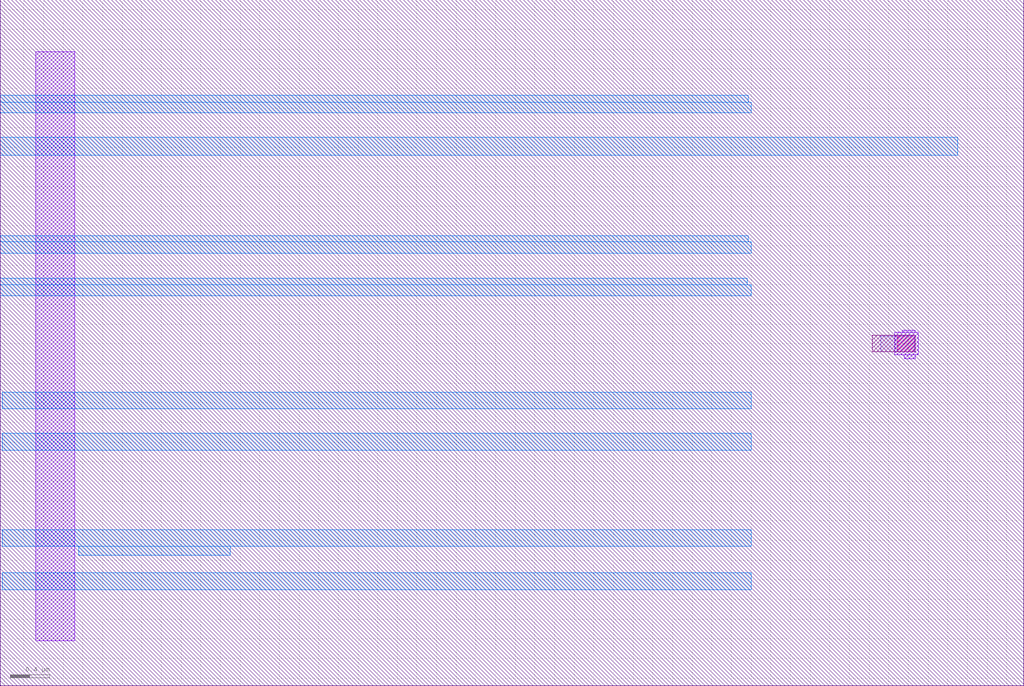
<source format=lef>
VERSION 5.7 ;
  NOWIREEXTENSIONATPIN ON ;
  DIVIDERCHAR "/" ;
  BUSBITCHARS "[]" ;
UNITS
  DATABASE MICRONS 200 ;
END UNITS

LAYER via2
  TYPE CUT ;
END via2

LAYER via
  TYPE CUT ;
END via

LAYER nwell
  TYPE MASTERSLICE ;
END nwell

LAYER via3
  TYPE CUT ;
END via3

LAYER pwell
  TYPE MASTERSLICE ;
END pwell

LAYER via4
  TYPE CUT ;
END via4

LAYER mcon
  TYPE CUT ;
END mcon

LAYER met6
  TYPE ROUTING ;
  WIDTH 0.030000 ;
  SPACING 0.040000 ;
  DIRECTION HORIZONTAL ;
END met6

LAYER met1
  TYPE ROUTING ;
  WIDTH 0.140000 ;
  SPACING 0.140000 ;
  DIRECTION HORIZONTAL ;
END met1

LAYER met3
  TYPE ROUTING ;
  WIDTH 0.300000 ;
  SPACING 0.300000 ;
  DIRECTION HORIZONTAL ;
END met3

LAYER met2
  TYPE ROUTING ;
  WIDTH 0.140000 ;
  SPACING 0.140000 ;
  DIRECTION HORIZONTAL ;
END met2

LAYER met4
  TYPE ROUTING ;
  WIDTH 0.300000 ;
  SPACING 0.300000 ;
  DIRECTION HORIZONTAL ;
END met4

LAYER met5
  TYPE ROUTING ;
  WIDTH 1.600000 ;
  SPACING 1.600000 ;
  DIRECTION HORIZONTAL ;
END met5

LAYER li1
  TYPE ROUTING ;
  WIDTH 0.170000 ;
  SPACING 0.170000 ;
  DIRECTION HORIZONTAL ;
END li1

MACRO sky130_hilas_swc4x1celloverlap
  CLASS BLOCK ;
  FOREIGN sky130_hilas_swc4x1celloverlap ;
  ORIGIN 2.640 4.280 ;
  SIZE 10.415 BY 6.980 ;
  OBS
      LAYER nwell ;
        RECT 6.320 -0.720 6.670 -0.710 ;
        RECT 6.320 -0.880 6.490 -0.720 ;
        RECT 6.660 -0.880 6.670 -0.720 ;
      LAYER li1 ;
        RECT 6.230 -0.880 6.670 -0.710 ;
      LAYER mcon ;
        RECT 6.490 -0.880 6.670 -0.710 ;
      LAYER met1 ;
        RECT -2.280 -3.820 -1.880 2.170 ;
        RECT 6.540 -0.680 6.670 -0.660 ;
        RECT 6.460 -0.910 6.700 -0.680 ;
        RECT 6.560 -0.950 6.670 -0.910 ;
      LAYER met2 ;
        RECT -2.640 1.660 4.970 1.730 ;
        RECT -2.640 1.550 5.000 1.660 ;
        RECT -2.640 1.120 7.100 1.300 ;
        RECT -2.640 0.240 4.970 0.300 ;
        RECT -2.640 0.120 5.000 0.240 ;
        RECT -2.640 -0.200 4.960 -0.130 ;
        RECT -2.640 -0.310 5.000 -0.200 ;
        RECT -2.620 -1.460 5.000 -1.290 ;
        RECT -2.620 -1.880 5.000 -1.710 ;
        RECT -2.620 -2.860 5.000 -2.690 ;
        RECT -1.840 -2.950 -0.300 -2.860 ;
        RECT -2.620 -3.300 5.000 -3.130 ;
  END
END sky130_hilas_swc4x1celloverlap
END LIBRARY


</source>
